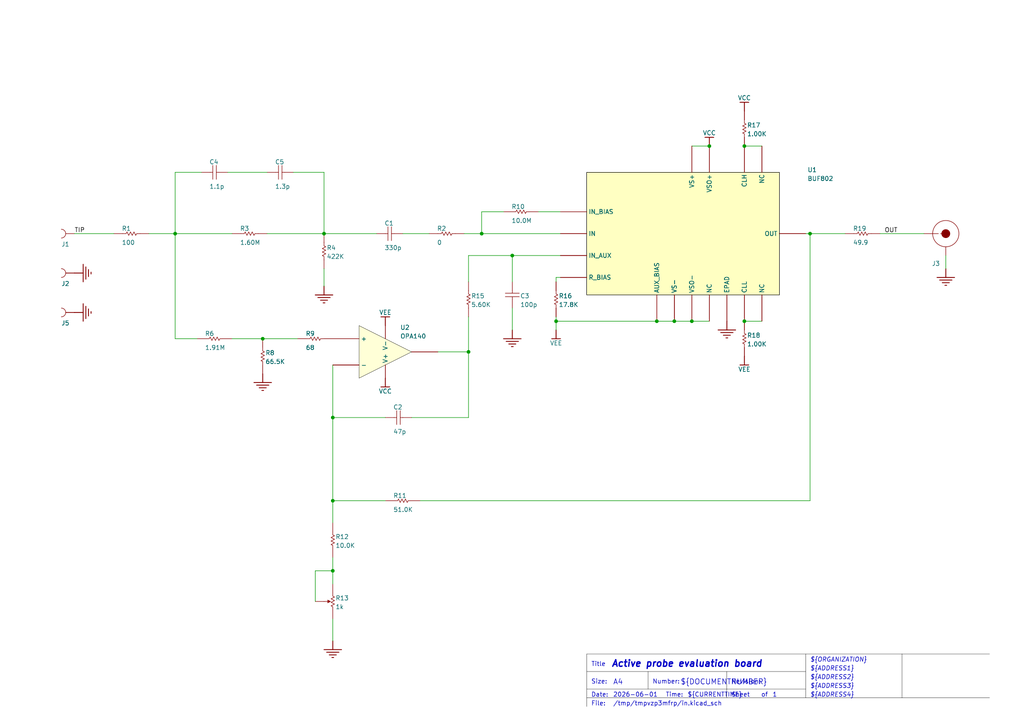
<source format=kicad_sch>
(kicad_sch (version 20250114) (generator "eeschema") (generator_version "9.0")
  (paper "A4")
  (title_block (title "Active probe evaluation board"))
  (text "File:" (at 171.45 204.9272 0) (effects (font (size 1.27 1.27)) (justify left bottom)))
  (text "${CURRENT_DATE}" (at 177.8 202.3872 0) (effects (font (size 1.27 1.27)) (justify left bottom)))
  (text "${TITLE}" (at 177.292 193.7512 0) (effects (font (size 1.905 1.905) (thickness 0.381) (bold yes) (italic yes)) (justify left bottom)))
  (text "Revision:" (at 212.09 198.5772 0) (effects (font (size 1.27 1.27)) (justify left bottom)))
  (text "Time:" (at 193.04 202.3872 0) (effects (font (size 1.27 1.27)) (justify left bottom)))
  (text "A4" (at 177.8 198.8312 0) (effects (font (size 1.524 1.524)) (justify left bottom)))
  (text "${##}" (at 224.028 202.3872 0) (effects (font (size 1.27 1.27)) (justify left bottom)))
  (text "${#}" (at 217.424 202.3872 0) (effects (font (size 1.27 1.27)) (justify left bottom)))
  (text "${FILEPATH}" (at 177.8 204.9272 0) (effects (font (size 1.27 1.27)) (justify left bottom)))
  (text "${DOCUMENTNUMBER}" (at 197.358 198.8312 0) (effects (font (size 1.524 1.524)) (justify left bottom)))
  (text "${CURRENTTIME}" (at 199.39 202.3872 0) (effects (font (size 1.27 1.27)) (justify left bottom)))
  (text "Size:" (at 171.45 198.5772 0) (effects (font (size 1.27 1.27)) (justify left bottom)))
  (text "${ADDRESS3}" (at 234.95 199.8472 0) (effects (font (size 1.27 1.27) (italic yes)) (justify left bottom)))
  (text "Sheet" (at 212.09 202.3872 0) (effects (font (size 1.27 1.27)) (justify left bottom)))
  (text "Date:" (at 171.45 202.3872 0) (effects (font (size 1.27 1.27)) (justify left bottom)))
  (text "${ADDRESS1}" (at 234.95 194.7672 0) (effects (font (size 1.27 1.27) (italic yes)) (justify left bottom)))
  (text "${REVISION}" (at 220.726 198.8312 0) (effects (font (size 1.524 1.524)) (justify left bottom)))
  (text "${ADDRESS2}" (at 234.95 197.3072 0) (effects (font (size 1.27 1.27) (italic yes)) (justify left bottom)))
  (text "${ORGANIZATION}" (at 234.95 192.2272 0) (effects (font (size 1.27 1.27) (italic yes)) (justify left bottom)))
  (text "Title" (at 171.45 193.4972 0) (effects (font (size 1.27 1.27)) (justify left bottom)))
  (text "${ADDRESS4}" (at 234.95 202.3872 0) (effects (font (size 1.27 1.27) (italic yes)) (justify left bottom)))
  (text "Number:" (at 189.23 198.5772 0) (effects (font (size 1.27 1.27)) (justify left bottom)))
  (text "of" (at 220.726 202.3872 0) (effects (font (size 1.27 1.27)) (justify left bottom)))
  (junction (at 215.9 93.1672))
  (junction (at 96.52 165.5572))
  (junction (at 200.66 93.1672))
  (junction (at 135.89 102.0572))
  (junction (at 205.74 42.3672))
  (junction (at 139.7 67.7672))
  (junction (at 96.52 145.2372))
  (junction (at 215.9 42.3672))
  (junction (at 195.58 93.1672))
  (junction (at 148.59 74.1172))
  (junction (at 190.5 93.1672))
  (junction (at 96.52 121.1072))
  (junction (at 161.29 93.1672))
  (junction (at 93.98 67.7672))
  (junction (at 50.8 67.7672))
  (junction (at 76.2 98.2472))
  (junction (at 234.95 67.7672))
  (wire (pts (xy 139.7 67.7672) (xy 162.56 67.7672)))
  (wire (pts (xy 161.29 80.4672) (xy 162.56 80.4672)))
  (wire (pts (xy 111.76 145.2372) (xy 96.52 145.2372)))
  (wire (pts (xy 148.59 74.1172) (xy 162.56 74.1172)))
  (polyline (pts (xy 233.68 189.6872) (xy 233.68 202.3872)) (stroke (width 0.0254) (type solid) (color 0 0 0 1)))
  (wire (pts (xy 135.89 81.7372) (xy 135.89 74.1172)))
  (wire (pts (xy 200.66 42.3672) (xy 205.74 42.3672)))
  (wire (pts (xy 91.44 165.5572) (xy 96.52 165.5572)))
  (wire (pts (xy 91.44 174.4472) (xy 91.44 165.5572)))
  (polyline (pts (xy 287.02 189.6872) (xy 261.62 189.6872)) (stroke (width 0.0254) (type solid) (color 0 0 0 1)))
  (wire (pts (xy 148.59 89.3572) (xy 148.59 95.7072)))
  (wire (pts (xy 85.09 49.9872) (xy 93.98 49.9872)))
  (polyline (pts (xy 170.18 194.7672) (xy 233.68 194.7672)) (stroke (width 0.0254) (type solid) (color 0 0 0 1)))
  (wire (pts (xy 96.52 169.3672) (xy 96.52 165.5572)))
  (wire (pts (xy 146.05 61.4172) (xy 139.7 61.4172)))
  (polyline (pts (xy 210.82 194.7672) (xy 210.82 202.3872)) (stroke (width 0.0254) (type solid) (color 0 0 0 1)))
  (wire (pts (xy 50.8 67.7672) (xy 50.8 49.9872)))
  (wire (pts (xy 245.11 67.7672) (xy 234.95 67.7672)))
  (wire (pts (xy 135.89 121.1072) (xy 135.89 102.0572)))
  (wire (pts (xy 135.89 102.0572) (xy 135.89 91.8972)))
  (wire (pts (xy 50.8 98.2472) (xy 57.15 98.2472)))
  (wire (pts (xy 200.66 93.1672) (xy 205.74 93.1672)))
  (wire (pts (xy 43.18 67.7672) (xy 50.8 67.7672)))
  (wire (pts (xy 148.59 81.7372) (xy 148.59 74.1172)))
  (wire (pts (xy 116.84 67.7672) (xy 124.46 67.7672)))
  (wire (pts (xy 96.52 165.5572) (xy 96.52 161.7472)))
  (wire (pts (xy 134.62 67.7672) (xy 139.7 67.7672)))
  (wire (pts (xy 96.52 179.5272) (xy 96.52 185.8772)))
  (wire (pts (xy 93.98 83.0072) (xy 93.98 77.9272)))
  (wire (pts (xy 135.89 74.1172) (xy 148.59 74.1172)))
  (wire (pts (xy 66.04 49.9872) (xy 77.47 49.9872)))
  (wire (pts (xy 76.2 98.2472) (xy 86.36 98.2472)))
  (wire (pts (xy 161.29 93.1672) (xy 190.5 93.1672)))
  (wire (pts (xy 234.95 67.7672) (xy 234.95 145.2372)))
  (wire (pts (xy 220.98 42.3672) (xy 215.9 42.3672)))
  (polyline (pts (xy 261.62 202.3872) (xy 170.18 202.3872)) (stroke (width 0.0254) (type solid) (color 0 0 0 1)))
  (wire (pts (xy 161.29 93.1672) (xy 161.29 91.8972)))
  (wire (pts (xy 96.52 151.5872) (xy 96.52 145.2372)))
  (wire (pts (xy 67.31 98.2472) (xy 76.2 98.2472)))
  (wire (pts (xy 161.29 95.7072) (xy 161.29 93.1672)))
  (wire (pts (xy 96.52 121.1072) (xy 96.52 105.8672)))
  (wire (pts (xy 234.95 145.2372) (xy 121.92 145.2372)))
  (wire (pts (xy 220.98 93.1672) (xy 215.9 93.1672)))
  (wire (pts (xy 274.32 74.1172) (xy 274.32 77.9272)))
  (wire (pts (xy 96.52 145.2372) (xy 96.52 121.1072)))
  (wire (pts (xy 139.7 61.4172) (xy 139.7 67.7672)))
  (wire (pts (xy 255.27 67.7672) (xy 267.97 67.7672)))
  (wire (pts (xy 93.98 67.7672) (xy 77.47 67.7672)))
  (wire (pts (xy 119.38 121.1072) (xy 135.89 121.1072)))
  (wire (pts (xy 93.98 49.9872) (xy 93.98 67.7672)))
  (wire (pts (xy 161.29 81.7372) (xy 161.29 80.4672)))
  (wire (pts (xy 190.5 93.1672) (xy 195.58 93.1672)))
  (polyline (pts (xy 170.18 189.6872) (xy 170.18 204.9272)) (stroke (width 0.0254) (type solid) (color 0 0 0 1)))
  (wire (pts (xy 111.76 121.1072) (xy 96.52 121.1072)))
  (wire (pts (xy 50.8 67.7672) (xy 67.31 67.7672)))
  (polyline (pts (xy 261.62 189.6872) (xy 261.62 202.3872)) (stroke (width 0.0254) (type solid) (color 0 0 0 1)))
  (wire (pts (xy 195.58 93.1672) (xy 200.66 93.1672)))
  (polyline (pts (xy 261.62 189.6872) (xy 170.18 189.6872)) (stroke (width 0.0254) (type solid) (color 0 0 0 1)))
  (wire (pts (xy 93.98 67.7672) (xy 109.22 67.7672)))
  (wire (pts (xy 50.8 67.7672) (xy 50.8 98.2472)))
  (wire (pts (xy 162.56 61.4172) (xy 156.21 61.4172)))
  (wire (pts (xy 127 102.0572) (xy 135.89 102.0572)))
  (polyline (pts (xy 261.62 202.3872) (xy 287.02 202.3872)) (stroke (width 0.0254) (type solid) (color 0 0 0 1)))
  (wire (pts (xy 21.59 67.7672) (xy 33.02 67.7672)))
  (wire (pts (xy 234.95 67.7672) (xy 233.68 67.7672)))
  (polyline (pts (xy 170.18 199.8472) (xy 233.68 199.8472)) (stroke (width 0.0254) (type solid) (color 0 0 0 1)))
  (polyline (pts (xy 187.96 194.7672) (xy 187.96 199.8472)) (stroke (width 0.0254) (type solid) (color 0 0 0 1)))
  (wire (pts (xy 50.8 49.9872) (xy 58.42 49.9872)))
  (label "OUT" (at 256.54 67.7672 0))
  (label "TIP" (at 21.59 67.7672 0))
  (symbol (lib_id "Probe-altium-import:VEE_BAR") (at 111.76 94.4372 180) (unit 1)
    (property "Reference" "#PWR?" (effects (hide yes)))
    (property "Value" "VEE" (at 111.76 90.6272 0))
  )
  (symbol (lib_id "R0402 - 1pct:root_3_Resistor_Generic_R0402 - 1pct.DbLib") (at 96.52 151.5872 0) (unit 1)
    (property "Reference" "R12" (at 97.282 156.4132 0) (effects (justify left bottom)))
    (property "Value" "${ALTIUM_VALUE}" (at 97.282 158.9532 0) (effects (justify left bottom)))
    (property "Footprint" "RESC0402(1005)_M" (effects (hide yes)))
    (property "Description" "RES 10.0K OHM 1% 1/16W 0402" (effects (hide yes)))
    (property "PART NUMBER" "RESC0402-10K0-1pct" (effects (hide yes)))
    (property "OHMS" "10000" (effects (hide yes)))
    (property "ALTIUM_VALUE" "10.0K" (effects (hide yes)))
    (property "MANUFACTURER 1" "Yageo" (effects (hide yes)))
    (property "MANUFACTURER PART NUMBER 1" "RC0402FR-0710KL" (effects (hide yes)))
    (property "MANUFACTURER 2" "Stackpole Electronics" (effects (hide yes)))
    (property "MANUFACTURER PART NUMBER 2" "RMCF0402FT10K0" (effects (hide yes)))
    (property "MANUFACTURER 3" "Vishay Dale" (effects (hide yes)))
    (property "MANUFACTURER PART NUMBER 3" "CRCW040210K0FKED" (effects (hide yes)))
    (property "MANUFACTURER 4" "Panasonic Electronic Components" (effects (hide yes)))
    (property "MANUFACTURER PART NUMBER 4" "ERJ-2RKF1002X" (effects (hide yes)))
  )
  (symbol (lib_id "Probe-altium-import:GND_POWER_GROUND") (at 21.59 79.1972 90) (unit 1)
    (property "Reference" "#PWR?" (effects (hide yes)))
    (property "Value" "GND" (effects (hide yes)))
  )
  (symbol (lib_id "Probe-altium-import:GND_POWER_GROUND") (at 21.59 90.6272 90) (unit 1)
    (property "Reference" "#PWR?" (effects (hide yes)))
    (property "Value" "GND" (effects (hide yes)))
  )
  (symbol (lib_id "Probe-altium-import:VCC_BAR") (at 205.74 42.3672 180) (unit 1)
    (property "Reference" "#PWR?" (effects (hide yes)))
    (property "Value" "VCC" (at 205.74 38.5572 0))
  )
  (symbol (lib_name "root_0_Resistor_Generic_R0402 - 1pct.DbLib_4") (lib_id "R0402 - 1pct:root_0_Resistor_Generic_R0402 - 1pct.DbLib") (at 245.11 67.7672 0) (unit 1)
    (property "Reference" "R19" (at 247.396 67.0052 0) (effects (justify left bottom)))
    (property "Value" "${ALTIUM_VALUE}" (at 247.396 71.0692 0) (effects (justify left bottom)))
    (property "Footprint" "RESC0402(1005)_M" (effects (hide yes)))
    (property "Description" "RES 49.9 OHM 1% 1/16W 0402" (effects (hide yes)))
    (property "PART NUMBER" "RESC0402-49R9-1pct" (effects (hide yes)))
    (property "OHMS" "49.9" (effects (hide yes)))
    (property "ALTIUM_VALUE" "49.9" (effects (hide yes)))
    (property "MANUFACTURER 1" "Yageo" (effects (hide yes)))
    (property "MANUFACTURER PART NUMBER 1" "RC0402FR-0749R9L" (effects (hide yes)))
    (property "MANUFACTURER 2" "Stackpole Electronics" (effects (hide yes)))
    (property "MANUFACTURER PART NUMBER 2" "RMCF0402FT49R9" (effects (hide yes)))
    (property "MANUFACTURER 3" "Vishay Dale" (effects (hide yes)))
    (property "MANUFACTURER PART NUMBER 3" "CRCW040249R9FKED" (effects (hide yes)))
    (property "MANUFACTURER 4" "Panasonic Electronic Components" (effects (hide yes)))
    (property "MANUFACTURER PART NUMBER 4" "ERJ-2RKF49R9X" (effects (hide yes)))
  )
  (symbol (lib_id "Trimpots:root_3_PVG3A102C01R00_Trimpots.SchLib") (at 96.52 169.3672 0) (unit 1)
    (property "Reference" "R13" (at 97.282 174.1932 0) (effects (justify left bottom)))
    (property "Value" "1k" (at 97.282 176.7332 0) (effects (justify left bottom)))
    (property "Footprint" "PVG3A" (effects (hide yes)))
    (property "Description" "TRIMMER 1K OHM 0.25W J LEAD TOP" (effects (hide yes)))
    (property "SUPPLIER 1" "Digi-Key" (effects (hide yes)))
    (property "SUPPLIER PART NUMBER 1" "490-2643-6-ND" (effects (hide yes)))
    (property "MANUFACTURER" "Bourns" (effects (hide yes)))
    (property "MANUFACTURER PART NUMBER" "PVG3A102C01R00" (effects (hide yes)))
    (property "STOCK 1" "4867" (effects (hide yes)))
    (property "PRICING 1" "1=1.44, 10=1.273, 25=1.1452, 50=1.103, 100=1.0605, 250=0.99688, 500=0.8484 (USD)" (effects (hide yes)))
    (property "MOUNT" "Surface Mount" (effects (hide yes)))
    (property "PACKAGING" "Cut Tape" (effects (hide yes)))
    (property "RESISTANCE" "1kR" (effects (hide yes)))
    (property "NUMBER OF TURNS" "1" (effects (hide yes)))
    (property "MAX POWER DISSIPATION" "250mW" (effects (hide yes)))
    (property "TOLERANCE" "20%" (effects (hide yes)))
    (property "TEMPERATURE COEFFICIENT" "150ppm/°C" (effects (hide yes)))
    (property "RESISTOR TYPE" "Cermet" (effects (hide yes)))
    (property "HEIGHT" "0.079inch" (effects (hide yes)))
    (property "COMPONENTLINK1URL" "https://datasheet.octopart.com/PVG3A102C01R00-Bourns-datasheet-154729832.pdf?src-supplier=Newark" (effects (hide yes)))
    (property "COMPONENTLINK1DESCRIPTION" "https://datasheet.octopart.com/PVG3A102C01R00-Bourns-datasheet-154729832.pdf?src-supplier=Newark" (effects (hide yes)))
    (property "COMPONENTLINK2URL" "https://datasheet.octopart.com/PVG3A102C01R00-Bourns-datasheet-82548162.pdf?src-supplier=Element14" (effects (hide yes)))
    (property "COMPONENTLINK2DESCRIPTION" "https://datasheet.octopart.com/PVG3A102C01R00-Bourns-datasheet-82548162.pdf?src-supplier=Element14" (effects (hide yes)))
    (property "COMPONENTLINK3URL" "https://www.bourns.com/docs/Product-Datasheets/pvg3.pdf?src-supplier=Digi-Key" (effects (hide yes)))
    (property "COMPONENTLINK3DESCRIPTION" "https://www.bourns.com/docs/Product-Datasheets/pvg3.pdf?src-supplier=Digi-Key" (effects (hide yes)))
    (property "COMPONENTLINK4URL" "http://www.bourns.com/docs/Product-Datasheets/pvg3.pdf?src-supplier=Digi-Key" (effects (hide yes)))
    (property "COMPONENTLINK4DESCRIPTION" "http://www.bourns.com/docs/Product-Datasheets/pvg3.pdf?src-supplier=Digi-Key" (effects (hide yes)))
    (property "COMPONENTLINK5URL" "https://www.mouser.com/ds/2/54/vg3-1084610.pdf?src-supplier=Mouser" (effects (hide yes)))
    (property "COMPONENTLINK5DESCRIPTION" "https://www.mouser.com/ds/2/54/vg3-1084610.pdf?src-supplier=Mouser" (effects (hide yes)))
    (property "SUPPLIER 2" "Mouser" (effects (hide yes)))
    (property "SUPPLIER PART NUMBER 2" "81-PVG3A102C01R00" (effects (hide yes)))
  )
  (symbol (lib_name "root_0_Capacitor_Generic_Murata GJM 0402.DbLib_1") (lib_id "Murata GJM 0402:root_0_Capacitor_Generic_Murata GJM 0402.DbLib") (at 58.42 49.9872 0) (unit 1)
    (property "Reference" "C4" (at 60.706 47.7012 0) (effects (justify left bottom)))
    (property "Value" "${ALTIUM_VALUE}" (at 60.706 54.8132 0) (effects (justify left bottom)))
    (property "Footprint" "CAPC0402(1005)50_M" (effects (hide yes)))
    (property "Description" "CAP CER 1.1PF±0.05PF 50V C0G/NP0 0402" (effects (hide yes)))
    (property "PART NUMBER" "GJM1555C1H1R1WB01" (effects (hide yes)))
    (property "CAPACITANCE" "1.1pF" (effects (hide yes)))
    (property "TOLERANCE" "±0.05pF" (effects (hide yes)))
    (property "ALTIUM_VALUE" "1.1p" (effects (hide yes)))
    (property "TEMPERATURE COEFFICIENT" "C0G" (effects (hide yes)))
    (property "MANUFACTURER" "Murata" (effects (hide yes)))
    (property "MANUFACTURER PART NUMBER" "GJM1555C1H1R1WB01D" (effects (hide yes)))
  )
  (symbol (lib_id "Murata GRM 0402:root_0_Capacitor_Generic_Murata GRM 0402.DbLib") (at 109.22 67.7672 0) (unit 1)
    (property "Reference" "C1" (at 111.506 65.4812 0) (effects (justify left bottom)))
    (property "Value" "${ALTIUM_VALUE}" (at 111.506 72.5932 0) (effects (justify left bottom)))
    (property "Footprint" "CAPC0402(1005)50_M" (effects (hide yes)))
    (property "Description" "CAP CER 330PF±5% 50V C0G 0402" (effects (hide yes)))
    (property "MANUFACTURER" "Murata" (effects (hide yes)))
    (property "MANUFACTURER PART NUMBER" "GRM1555C1H331JA01D" (effects (hide yes)))
    (property "CAPACITANCE" "330pF" (effects (hide yes)))
    (property "TOLERANCE" "±5%" (effects (hide yes)))
    (property "ALTIUM_VALUE" "330p" (effects (hide yes)))
    (property "TEMPERATURE COEFFICIENT" "C0G" (effects (hide yes)))
    (property "PART NUMBER" "GRM1555C1H331JA01" (effects (hide yes)))
  )
  (symbol (lib_name "root_3_Resistor_Generic_R0402 - 1pct.DbLib_4") (lib_id "R0402 - 1pct:root_3_Resistor_Generic_R0402 - 1pct.DbLib") (at 215.9 93.1672 0) (unit 1)
    (property "Reference" "R18" (at 216.662 97.9932 0) (effects (justify left bottom)))
    (property "Value" "${ALTIUM_VALUE}" (at 216.662 100.5332 0) (effects (justify left bottom)))
    (property "Footprint" "RESC0402(1005)_M" (effects (hide yes)))
    (property "Description" "RES 1.00K OHM 1% 1/16W 0402" (effects (hide yes)))
    (property "PART NUMBER" "RESC0402-1K00-1pct" (effects (hide yes)))
    (property "OHMS" "1000" (effects (hide yes)))
    (property "ALTIUM_VALUE" "1.00K" (effects (hide yes)))
    (property "MANUFACTURER 1" "Yageo" (effects (hide yes)))
    (property "MANUFACTURER PART NUMBER 1" "RC0402FR-071KL" (effects (hide yes)))
    (property "MANUFACTURER 2" "Stackpole Electronics" (effects (hide yes)))
    (property "MANUFACTURER PART NUMBER 2" "RMCF0402FT1K00" (effects (hide yes)))
    (property "MANUFACTURER 3" "Vishay Dale" (effects (hide yes)))
    (property "MANUFACTURER PART NUMBER 3" "CRCW04021K00FKED" (effects (hide yes)))
    (property "MANUFACTURER 4" "Panasonic Electronic Components" (effects (hide yes)))
    (property "MANUFACTURER PART NUMBER 4" "ERJ-2RKF1001X" (effects (hide yes)))
  )
  (symbol (lib_id "Connectors:root_0_901-10511-3_Connectors.SchLib") (at 274.32 67.7672 0) (unit 1)
    (property "Reference" "J3" (at 270.256 77.1652 0) (effects (justify left bottom)))
    (property "Value" "901-10511-3" (effects (hide yes)))
    (property "Footprint" "901-10511-3" (effects (hide yes)))
    (property "Description" "CONN SMA JACK STR 50OHM EDGE MNT" (effects (hide yes)))
    (property "SUPPLIER 1" "Digi-Key" (effects (hide yes)))
    (property "MANUFACTURER" "Amphenol RF" (effects (hide yes)))
    (property "MANUFACTURER PART NUMBER" "901-10511-3" (effects (hide yes)))
    (property "STOCK 1" "1568" (effects (hide yes)))
    (property "PRICING 1" "1=9.78, 10=8.804, 25=8.2936, 50=8.081, 100=7.8684, 250=7.01772, 500=6.59242, 1000=5.82685 (USD)" (effects (hide yes)))
    (property "CASE/PACKAGE" "SMA" (effects (hide yes)))
    (property "CONTACT MATERIAL" "Copper" (effects (hide yes)))
    (property "MIN OPERATING TEMPERATURE" "-65°C" (effects (hide yes)))
    (property "MAX OPERATING TEMPERATURE" "165°C" (effects (hide yes)))
    (property "CONNECTOR TYPE" "SMA" (effects (hide yes)))
    (property "FASTENING TYPE" "Threaded" (effects (hide yes)))
    (property "SERIES" "-" (effects (hide yes)))
    (property "PACKAGING" "Bulk" (effects (hide yes)))
    (property "TERMINATION" "Solder" (effects (hide yes)))
    (property "IMPEDANCE" "50R" (effects (hide yes)))
    (property "MAX FREQUENCY" "26.5GHz" (effects (hide yes)))
    (property "COMPONENTLINK1URL" "https://datasheet.octopart.com/901-10511-3-Amphenol-RF-datasheet-67291285.pdf?src-supplier=Element14" (effects (hide yes)))
    (property "COMPONENTLINK1DESCRIPTION" "https://datasheet.octopart.com/901-10511-3-Amphenol-RF-datasheet-67291285.pdf?src-supplier=Element14" (effects (hide yes)))
    (property "SUPPLIER 2" "Mouser" (effects (hide yes)))
    (property "SUPPLIER PART NUMBER 2" "523-901-10511-3" (effects (hide yes)))
    (property "SUPPLIER PART NUMBER 1" "ARF2500-ND" (effects (hide yes)))
    (property "MOUNT" "Edge,Board" (effects (hide yes)))
    (property "VOLTAGE RATING" "170V" (effects (hide yes)))
    (property "ROHS COMPLIANT" "Yes" (effects (hide yes)))
    (property "COMPONENTLINK2URL" "https://datasheet.octopart.com/901-10511-3-Amphenol-RF-datasheet-67291280.pdf?src-supplier=Newark" (effects (hide yes)))
    (property "COMPONENTLINK2DESCRIPTION" "https://datasheet.octopart.com/901-10511-3-Amphenol-RF-datasheet-67291280.pdf?src-supplier=Newark" (effects (hide yes)))
    (property "COMPONENTLINK3URL" "http://www.amphenolrf.com/media/downloads/7776/C901-10511-3.pdf?src-supplier=Digi-Key" (effects (hide yes)))
    (property "COMPONENTLINK3DESCRIPTION" "http://www.amphenolrf.com/media/downloads/7776/C901-10511-3.pdf?src-supplier=Digi-Key" (effects (hide yes)))
  )
  (symbol (lib_id "Connectors:root_1_0339-0-15-01-15-27-10-0_Connectors.SchLib") (at 21.59 90.6272 0) (unit 1)
    (property "Reference" "J5" (at 17.78 94.4372 0) (effects (justify left bottom)))
    (property "Value" "0339-0-15-01-15-27-10-0" (effects (hide yes)))
    (property "Footprint" "MILL-MAX 0339" (effects (hide yes)))
    (property "Description" "CONN PIN RCPT" (effects (hide yes)))
    (property "SUPPLIER 1" "Digi-Key" (effects (hide yes)))
    (property "SUPPLIER PART NUMBER 1" "0339-0-15-01-15-27-10-0-ND" (effects (hide yes)))
    (property "MANUFACTURER" "Mill-Max" (effects (hide yes)))
    (property "MANUFACTURER PART NUMBER" "0339-0-15-01-15-27-10-0" (effects (hide yes)))
    (property "STOCK 1" "989" (effects (hide yes)))
    (property "PRICING 1" "1=1.42, 10=1.234, 25=1.1812, 50=1.155, 100=1.1025, 250=0.99748, 500=0.91874, 1000=0.7875, 2500=0.735 (USD)" (effects (hide yes)))
    (property "CONTACT MATERIAL" "Copper" (effects (hide yes)))
    (property "CONTACT PLATING" "Gold" (effects (hide yes)))
    (property "MIN OPERATING TEMPERATURE" "-55°C" (effects (hide yes)))
    (property "MAX OPERATING TEMPERATURE" "125°C" (effects (hide yes)))
    (property "SERIES" "0339" (effects (hide yes)))
    (property "PACKAGING" "Bulk" (effects (hide yes)))
    (property "TERMINATION" "Solder" (effects (hide yes)))
    (property "ROHS COMPLIANT" "No" (effects (hide yes)))
    (property "COMPONENTLINK1URL" "https://www.mill-max.com/assets/pdfs/172.pdf?src-supplier=Digi-Key" (effects (hide yes)))
    (property "COMPONENTLINK1DESCRIPTION" "https://www.mill-max.com/assets/pdfs/172.pdf?src-supplier=Digi-Key" (effects (hide yes)))
    (property "COMPONENTLINK2URL" "https://datasheet.octopart.com/0339-0-15-01-15-27-10-0-Mill-Max-datasheet-26446830.pdf?src-supplier=Future+Electronics" (effects (hide yes)))
    (property "COMPONENTLINK2DESCRIPTION" "https://datasheet.octopart.com/0339-0-15-01-15-27-10-0-Mill-Max-datasheet-26446830.pdf?src-supplier=Future+Electronics" (effects (hide yes)))
    (property "COMPONENTLINK3URL" "http://www.mouser.com/ds/2/273/172M-276194.pdf?src-supplier=Mouser" (effects (hide yes)))
    (property "COMPONENTLINK3DESCRIPTION" "http://www.mouser.com/ds/2/273/172M-276194.pdf?src-supplier=Mouser" (effects (hide yes)))
    (property "COMPONENTLINK4URL" "https://datasheet.octopart.com/0339-0-15-01-15-27-10-0-Mill-Max-datasheet-155663258.pdf?src-supplier=Sager+Electronics" (effects (hide yes)))
    (property "COMPONENTLINK4DESCRIPTION" "https://datasheet.octopart.com/0339-0-15-01-15-27-10-0-Mill-Max-datasheet-155663258.pdf?src-supplier=Sager+Electronics" (effects (hide yes)))
    (property "SUPPLIER 2" "Mouser" (effects (hide yes)))
    (property "SUPPLIER PART NUMBER 2" "575-0339015011527100" (effects (hide yes)))
  )
  (symbol (lib_id "Probe-altium-import:GND_POWER_GROUND") (at 96.52 185.8772 0) (unit 1)
    (property "Reference" "#PWR?" (effects (hide yes)))
    (property "Value" "GND" (effects (hide yes)))
  )
  (symbol (lib_id "Probe-altium-import:VEE_BAR") (at 215.9 103.3272 0) (unit 1)
    (property "Reference" "#PWR?" (effects (hide yes)))
    (property "Value" "VEE" (at 215.9 107.1372 0))
  )
  (symbol (lib_id "Probe-altium-import:GND_POWER_GROUND") (at 76.2 108.4072 0) (unit 1)
    (property "Reference" "#PWR?" (effects (hide yes)))
    (property "Value" "GND" (effects (hide yes)))
  )
  (symbol (lib_name "root_3_Resistor_Generic_R0402 - 1pct.DbLib_5") (lib_id "R0402 - 1pct:root_3_Resistor_Generic_R0402 - 1pct.DbLib") (at 161.29 81.7372 0) (unit 1)
    (property "Reference" "R16" (at 162.052 86.5632 0) (effects (justify left bottom)))
    (property "Value" "${ALTIUM_VALUE}" (at 162.052 89.1032 0) (effects (justify left bottom)))
    (property "Footprint" "RESC0402(1005)_M" (effects (hide yes)))
    (property "Description" "RES 17.8K OHM 1% 1/16W 0402" (effects (hide yes)))
    (property "PART NUMBER" "RESC0402-17K8-1pct" (effects (hide yes)))
    (property "OHMS" "17800" (effects (hide yes)))
    (property "ALTIUM_VALUE" "17.8K" (effects (hide yes)))
    (property "MANUFACTURER 1" "Yageo" (effects (hide yes)))
    (property "MANUFACTURER PART NUMBER 1" "RC0402FR-0717K8L" (effects (hide yes)))
    (property "MANUFACTURER 2" "Stackpole Electronics" (effects (hide yes)))
    (property "MANUFACTURER PART NUMBER 2" "RMCF0402FT17K8" (effects (hide yes)))
    (property "MANUFACTURER 3" "Vishay Dale" (effects (hide yes)))
    (property "MANUFACTURER PART NUMBER 3" "CRCW040217K8FKED" (effects (hide yes)))
    (property "MANUFACTURER 4" "Panasonic Electronic Components" (effects (hide yes)))
    (property "MANUFACTURER PART NUMBER 4" "ERJ-2RKF1782X" (effects (hide yes)))
  )
  (symbol (lib_id "Probe-altium-import:VCC_BAR") (at 111.76 109.6772 0) (unit 1)
    (property "Reference" "#PWR?" (effects (hide yes)))
    (property "Value" "VCC" (at 111.76 113.4872 0))
  )
  (symbol (lib_name "root_3_Resistor_Generic_R0402 - 1pct.DbLib_2") (lib_id "R0402 - 1pct:root_3_Resistor_Generic_R0402 - 1pct.DbLib") (at 135.89 81.7372 0) (unit 1)
    (property "Reference" "R15" (at 136.652 86.5632 0) (effects (justify left bottom)))
    (property "Value" "${ALTIUM_VALUE}" (at 136.652 89.1032 0) (effects (justify left bottom)))
    (property "Footprint" "RESC0402(1005)_M" (effects (hide yes)))
    (property "Description" "RES 5.60K OHM 1% 1/16W 0402" (effects (hide yes)))
    (property "PART NUMBER" "RESC0402-5K60-1pct" (effects (hide yes)))
    (property "OHMS" "5600" (effects (hide yes)))
    (property "ALTIUM_VALUE" "5.60K" (effects (hide yes)))
    (property "MANUFACTURER 1" "Yageo" (effects (hide yes)))
    (property "MANUFACTURER PART NUMBER 1" "RC0402FR-075K6L" (effects (hide yes)))
    (property "MANUFACTURER 2" "Stackpole Electronics" (effects (hide yes)))
    (property "MANUFACTURER PART NUMBER 2" "RMCF0402FT5K60" (effects (hide yes)))
    (property "MANUFACTURER 3" "Vishay Dale" (effects (hide yes)))
    (property "MANUFACTURER PART NUMBER 3" "CRCW04025K60FKED" (effects (hide yes)))
    (property "MANUFACTURER 4" "Panasonic Electronic Components" (effects (hide yes)))
    (property "MANUFACTURER PART NUMBER 4" "ERJ-2RKF5601X" (effects (hide yes)))
  )
  (symbol (lib_name "root_0_Resistor_Generic_R0402 - 1pct.DbLib_3") (lib_id "R0402 - 1pct:root_0_Resistor_Generic_R0402 - 1pct.DbLib") (at 86.36 98.2472 0) (unit 1)
    (property "Reference" "R9" (at 88.646 97.4852 0) (effects (justify left bottom)))
    (property "Value" "${ALTIUM_VALUE}" (at 88.646 101.5492 0) (effects (justify left bottom)))
    (property "Footprint" "RESC0402(1005)_M" (effects (hide yes)))
    (property "Description" "RES 68 OHM 1% 1/16W 0402" (effects (hide yes)))
    (property "PART NUMBER" "RESC0402-68R0-1pct" (effects (hide yes)))
    (property "OHMS" "68" (effects (hide yes)))
    (property "ALTIUM_VALUE" "68" (effects (hide yes)))
    (property "MANUFACTURER 1" "Yageo" (effects (hide yes)))
    (property "MANUFACTURER PART NUMBER 1" "RC0402FR-0768RL" (effects (hide yes)))
    (property "MANUFACTURER 2" "Stackpole Electronics" (effects (hide yes)))
    (property "MANUFACTURER PART NUMBER 2" "RMCF0402FT68R0" (effects (hide yes)))
    (property "MANUFACTURER 3" "Vishay Dale" (effects (hide yes)))
    (property "MANUFACTURER PART NUMBER 3" "CRCW040268R0FKED" (effects (hide yes)))
    (property "MANUFACTURER 4" "Panasonic Electronic Components" (effects (hide yes)))
    (property "MANUFACTURER PART NUMBER 4" "ERJ-2RKF68R0X" (effects (hide yes)))
  )
  (symbol (lib_id "Probe-altium-import:GND_POWER_GROUND") (at 148.59 95.7072 0) (unit 1)
    (property "Reference" "#PWR?" (effects (hide yes)))
    (property "Value" "GND" (effects (hide yes)))
  )
  (symbol (lib_id "Samsung CAPC0402:root_0_Capacitor_Generic_Samsung CAPC0402.DbLib") (at 111.76 121.1072 0) (unit 1)
    (property "Reference" "C2" (at 114.046 118.8212 0) (effects (justify left bottom)))
    (property "Value" "${ALTIUM_VALUE}" (at 114.046 125.9332 0) (effects (justify left bottom)))
    (property "Footprint" "CAPC0402(1005)50_M" (effects (hide yes)))
    (property "Description" "CAP CER 47PF±5% 50V C0G 0402" (effects (hide yes)))
    (property "MANUFACTURER" "Samsung Electro-Mechanics" (effects (hide yes)))
    (property "MANUFACTURER PART NUMBER" "CL05C470JB5NNNC" (effects (hide yes)))
    (property "CAPACITANCE" "47pF" (effects (hide yes)))
    (property "TOLERANCE" "±5%" (effects (hide yes)))
    (property "VOLTAGE RATING" "50V" (effects (hide yes)))
    (property "TEMPERATURE COEFFICIENT" "C0G" (effects (hide yes)))
    (property "PART NUMBER" "CL05C470JB5NNN" (effects (hide yes)))
    (property "ALTIUM_VALUE" "47p" (effects (hide yes)))
  )
  (symbol (lib_id "Probe-altium-import:VEE_BAR") (at 161.29 95.7072 0) (unit 1)
    (property "Reference" "#PWR?" (effects (hide yes)))
    (property "Value" "VEE" (at 161.29 99.5172 0))
  )
  (symbol (lib_name "root_0_Resistor_Generic_R0402 - 1pct.DbLib_6") (lib_id "R0402 - 1pct:root_0_Resistor_Generic_R0402 - 1pct.DbLib") (at 33.02 67.7672 0) (unit 1)
    (property "Reference" "R1" (at 35.306 67.0052 0) (effects (justify left bottom)))
    (property "Value" "${ALTIUM_VALUE}" (at 35.306 71.0692 0) (effects (justify left bottom)))
    (property "Footprint" "RESC0402(1005)_M" (effects (hide yes)))
    (property "Description" "RES 100 OHM 1% 1/16W 0402" (effects (hide yes)))
    (property "PART NUMBER" "RESC0402-100R-1pct" (effects (hide yes)))
    (property "OHMS" "100" (effects (hide yes)))
    (property "ALTIUM_VALUE" "100" (effects (hide yes)))
    (property "MANUFACTURER 1" "Yageo" (effects (hide yes)))
    (property "MANUFACTURER PART NUMBER 1" "RC0402FR-07100RL" (effects (hide yes)))
    (property "MANUFACTURER 2" "Stackpole Electronics" (effects (hide yes)))
    (property "MANUFACTURER PART NUMBER 2" "RMCF0402FT100R" (effects (hide yes)))
    (property "MANUFACTURER 3" "Vishay Dale" (effects (hide yes)))
    (property "MANUFACTURER PART NUMBER 3" "CRCW0402100RFKED" (effects (hide yes)))
    (property "MANUFACTURER 4" "Panasonic Electronic Components" (effects (hide yes)))
    (property "MANUFACTURER PART NUMBER 4" "ERJ-2RKF1000X" (effects (hide yes)))
  )
  (symbol (lib_id "Probe-altium-import:GND_POWER_GROUND") (at 274.32 77.9272 0) (unit 1)
    (property "Reference" "#PWR?" (effects (hide yes)))
    (property "Value" "GND" (effects (hide yes)))
  )
  (symbol (lib_id "Probe-altium-import:VCC_BAR") (at 215.9 32.2072 180) (unit 1)
    (property "Reference" "#PWR?" (effects (hide yes)))
    (property "Value" "VCC" (at 215.9 28.3972 0))
  )
  (symbol (lib_name "root_0_Resistor_Generic_R0402 - 1pct.DbLib_1") (lib_id "R0402 - 1pct:root_0_Resistor_Generic_R0402 - 1pct.DbLib") (at 146.05 61.4172 0) (unit 1)
    (property "Reference" "R10" (at 148.336 60.6552 0) (effects (justify left bottom)))
    (property "Value" "${ALTIUM_VALUE}" (at 148.336 64.7192 0) (effects (justify left bottom)))
    (property "Footprint" "RESC0402(1005)_M" (effects (hide yes)))
    (property "Description" "RES 10.0M OHM 1% 1/16W 0402" (effects (hide yes)))
    (property "PART NUMBER" "RESC0402-10M0-1pct" (effects (hide yes)))
    (property "OHMS" "10000000" (effects (hide yes)))
    (property "ALTIUM_VALUE" "10.0M" (effects (hide yes)))
    (property "MANUFACTURER 1" "Yageo" (effects (hide yes)))
    (property "MANUFACTURER PART NUMBER 1" "RC0402FR-0710ML" (effects (hide yes)))
    (property "MANUFACTURER 2" "Stackpole Electronics" (effects (hide yes)))
    (property "MANUFACTURER PART NUMBER 2" "RMCF0402FT10M0" (effects (hide yes)))
    (property "MANUFACTURER 3" "Vishay Dale" (effects (hide yes)))
    (property "MANUFACTURER PART NUMBER 3" "CRCW040210M0FKED" (effects (hide yes)))
    (property "MANUFACTURER 4" "Panasonic Electronic Components" (effects (hide yes)))
  )
  (symbol (lib_id "Samsung CAPC0402:root_3_Capacitor_Generic_Samsung CAPC0402.DbLib") (at 148.59 81.7372 0) (unit 1)
    (property "Reference" "C3" (at 150.876 86.5632 0) (effects (justify left bottom)))
    (property "Value" "${ALTIUM_VALUE}" (at 150.876 89.1032 0) (effects (justify left bottom)))
    (property "Footprint" "CAPC0402(1005)50_M" (effects (hide yes)))
    (property "Description" "CAP CER 100PF±5% 50V C0G 0402" (effects (hide yes)))
    (property "MANUFACTURER" "Samsung Electro-Mechanics" (effects (hide yes)))
    (property "MANUFACTURER PART NUMBER" "CL05C101JB5NNNC" (effects (hide yes)))
    (property "CAPACITANCE" "100pF" (effects (hide yes)))
    (property "TOLERANCE" "±5%" (effects (hide yes)))
    (property "VOLTAGE RATING" "50V" (effects (hide yes)))
    (property "TEMPERATURE COEFFICIENT" "C0G" (effects (hide yes)))
    (property "PART NUMBER" "CL05C101JB5NNN" (effects (hide yes)))
    (property "ALTIUM_VALUE" "100p" (effects (hide yes)))
  )
  (symbol (lib_id "Murata GJM 0402:root_0_Capacitor_Generic_Murata GJM 0402.DbLib") (at 77.47 49.9872 0) (unit 1)
    (property "Reference" "C5" (at 79.756 47.7012 0) (effects (justify left bottom)))
    (property "Value" "${ALTIUM_VALUE}" (at 79.756 54.8132 0) (effects (justify left bottom)))
    (property "Footprint" "CAPC0402(1005)50_M" (effects (hide yes)))
    (property "Description" "CAP CER 1.3PF±0.05PF 50V C0G/NP0 0402" (effects (hide yes)))
    (property "PART NUMBER" "GJM1555C1H1R3WB01" (effects (hide yes)))
    (property "CAPACITANCE" "1.3pF" (effects (hide yes)))
    (property "TOLERANCE" "±0.05pF" (effects (hide yes)))
    (property "ALTIUM_VALUE" "1.3p" (effects (hide yes)))
    (property "TEMPERATURE COEFFICIENT" "C0G" (effects (hide yes)))
    (property "MANUFACTURER" "Murata" (effects (hide yes)))
    (property "MANUFACTURER PART NUMBER" "GJM1555C1H1R3WB01D" (effects (hide yes)))
  )
  (symbol (lib_name "root_0_Resistor_Generic_R0402 - 1pct.DbLib_2") (lib_id "R0402 - 1pct:root_0_Resistor_Generic_R0402 - 1pct.DbLib") (at 124.46 67.7672 0) (unit 1)
    (property "Reference" "R2" (at 126.746 67.0052 0) (effects (justify left bottom)))
    (property "Value" "${ALTIUM_VALUE}" (at 126.746 71.0692 0) (effects (justify left bottom)))
    (property "Footprint" "RESC0402(1005)_M" (effects (hide yes)))
    (property "Description" "RES 0 OHM JUMPER 0402" (effects (hide yes)))
    (property "PART NUMBER" "R0402-0R0-JMP" (effects (hide yes)))
    (property "OHMS" "0" (effects (hide yes)))
    (property "ALTIUM_VALUE" "0" (effects (hide yes)))
    (property "MANUFACTURER 1" "Yageo" (effects (hide yes)))
    (property "MANUFACTURER PART NUMBER 1" "RC0402FR-071RL" (effects (hide yes)))
    (property "MANUFACTURER 2" "Stackpole Electronics" (effects (hide yes)))
    (property "MANUFACTURER PART NUMBER 2" "RMCF0402FT1R00" (effects (hide yes)))
    (property "MANUFACTURER 3" "Vishay Dale" (effects (hide yes)))
    (property "MANUFACTURER PART NUMBER 3" "CRCW04021R00FNED" (effects (hide yes)))
    (property "MANUFACTURER 4" "Panasonic Electronic Components" (effects (hide yes)))
    (property "MANUFACTURER PART NUMBER 4" "ERJ-2GE0R00X" (effects (hide yes)))
  )
  (symbol (lib_name "root_3_Resistor_Generic_R0402 - 1pct.DbLib_3") (lib_id "R0402 - 1pct:root_3_Resistor_Generic_R0402 - 1pct.DbLib") (at 76.2 98.2472 0) (unit 1)
    (property "Reference" "R8" (at 76.962 103.0732 0) (effects (justify left bottom)))
    (property "Value" "${ALTIUM_VALUE}" (at 76.962 105.6132 0) (effects (justify left bottom)))
    (property "Footprint" "RESC0402(1005)_M" (effects (hide yes)))
    (property "Description" "RES 66.5K OHM 1% 1/16W 0402" (effects (hide yes)))
    (property "PART NUMBER" "RESC0402-66K5-1pct" (effects (hide yes)))
    (property "OHMS" "66500" (effects (hide yes)))
    (property "ALTIUM_VALUE" "66.5K" (effects (hide yes)))
    (property "MANUFACTURER 1" "Yageo" (effects (hide yes)))
    (property "MANUFACTURER PART NUMBER 1" "RC0402FR-0766K5L" (effects (hide yes)))
    (property "MANUFACTURER 2" "Stackpole Electronics" (effects (hide yes)))
    (property "MANUFACTURER PART NUMBER 2" "RMCF0402FT66K5" (effects (hide yes)))
    (property "MANUFACTURER 3" "Vishay Dale" (effects (hide yes)))
    (property "MANUFACTURER PART NUMBER 3" "CRCW040266K5FKED" (effects (hide yes)))
    (property "MANUFACTURER 4" "Panasonic Electronic Components" (effects (hide yes)))
    (property "MANUFACTURER PART NUMBER 4" "ERJ-2RKF6652X" (effects (hide yes)))
  )
  (symbol (lib_id "Probe-altium-import:GND_POWER_GROUND") (at 93.98 83.0072 0) (unit 1)
    (property "Reference" "#PWR?" (effects (hide yes)))
    (property "Value" "GND" (effects (hide yes)))
  )
  (symbol (lib_id "IC:root_0_BUF802IRGTR_IC.SchLib") (at 170.18 67.7672 0) (unit 1)
    (property "Reference" "U1" (at 234.188 49.9872 0) (effects (justify left bottom)))
    (property "Value" "BUF802" (at 234.188 52.5272 0) (effects (justify left bottom)))
    (property "Footprint" "VQFN16_RGT_TEX- OSHPARK" (effects (hide yes)))
    (property "Description" "WIDE-BANDWIDTH JFET BUFFER" (effects (hide yes)))
    (property "SUPPLIER 1" "Digi-Key" (effects (hide yes)))
    (property "MANUFACTURER" "Texas Instruments" (effects (hide yes)))
    (property "MANUFACTURER PART NUMBER" "BUF802IRGTR" (effects (hide yes)))
    (property "STOCK 1" "1253" (effects (hide yes)))
    (property "PRICING 1" "1=5.06, 10=4.541, 25=4.2928, 100=3.7206, 250=3.5298, 500=3.16728, 1000=2.88 (USD)" (effects (hide yes)))
    (property "SUPPLIER 2" "Mouser" (effects (hide yes)))
    (property "SUPPLIER PART NUMBER 1" "296-BUF802IRGTRCT-ND" (effects (hide yes)))
    (property "SUPPLIER PART NUMBER 2" "595-BUF802IRGTR" (effects (hide yes)))
  )
  (symbol (lib_id "Probe-altium-import:GND_POWER_GROUND") (at 210.82 93.1672 0) (unit 1)
    (property "Reference" "#PWR?" (effects (hide yes)))
    (property "Value" "GND" (effects (hide yes)))
  )
  (symbol (lib_name "root_0_Resistor_Generic_R0402 - 1pct.DbLib_5") (lib_id "R0402 - 1pct:root_0_Resistor_Generic_R0402 - 1pct.DbLib") (at 57.15 98.2472 0) (unit 1)
    (property "Reference" "R6" (at 59.436 97.4852 0) (effects (justify left bottom)))
    (property "Value" "${ALTIUM_VALUE}" (at 59.436 101.5492 0) (effects (justify left bottom)))
    (property "Footprint" "RESC0402(1005)_M" (effects (hide yes)))
    (property "Description" "RES 1.91M OHM 1% 1/16W 0402" (effects (hide yes)))
    (property "PART NUMBER" "RESC0402-1M91-1pct" (effects (hide yes)))
    (property "OHMS" "1910000" (effects (hide yes)))
    (property "ALTIUM_VALUE" "1.91M" (effects (hide yes)))
    (property "MANUFACTURER 1" "Yageo" (effects (hide yes)))
    (property "MANUFACTURER PART NUMBER 1" "RC0402FR-071M91L" (effects (hide yes)))
    (property "MANUFACTURER 2" "Stackpole Electronics" (effects (hide yes)))
    (property "MANUFACTURER PART NUMBER 2" "RMCF0402FT1M91" (effects (hide yes)))
    (property "MANUFACTURER 3" "Vishay Dale" (effects (hide yes)))
    (property "MANUFACTURER PART NUMBER 3" "CRCW04021M91FKED" (effects (hide yes)))
    (property "MANUFACTURER 4" "Panasonic Electronic Components" (effects (hide yes)))
  )
  (symbol (lib_id "R0402 - 1pct:root_0_Resistor_Generic_R0402 - 1pct.DbLib") (at 111.76 145.2372 0) (unit 1)
    (property "Reference" "R11" (at 114.046 144.4752 0) (effects (justify left bottom)))
    (property "Value" "${ALTIUM_VALUE}" (at 114.046 148.5392 0) (effects (justify left bottom)))
    (property "Footprint" "RESC0402(1005)_M" (effects (hide yes)))
    (property "Description" "RES 51.0K OHM 1% 1/16W 0402" (effects (hide yes)))
    (property "PART NUMBER" "RESC0402-51K0-1pct" (effects (hide yes)))
    (property "OHMS" "51000" (effects (hide yes)))
    (property "ALTIUM_VALUE" "51.0K" (effects (hide yes)))
    (property "MANUFACTURER 1" "Yageo" (effects (hide yes)))
    (property "MANUFACTURER PART NUMBER 1" "RC0402FR-0751KL" (effects (hide yes)))
    (property "MANUFACTURER 2" "Stackpole Electronics" (effects (hide yes)))
    (property "MANUFACTURER PART NUMBER 2" "RMCF0402FT51K0" (effects (hide yes)))
    (property "MANUFACTURER 3" "Vishay Dale" (effects (hide yes)))
    (property "MANUFACTURER PART NUMBER 3" "CRCW040251K0FKED" (effects (hide yes)))
    (property "MANUFACTURER 4" "Panasonic Electronic Components" (effects (hide yes)))
    (property "MANUFACTURER PART NUMBER 4" "ERJ-2RKF5102X" (effects (hide yes)))
  )
  (symbol (lib_id "Connectors:root_1_0339-0-15-01-15-27-10-0_Connectors.SchLib") (at 21.59 79.1972 0) (unit 1)
    (property "Reference" "J2" (at 17.78 83.0072 0) (effects (justify left bottom)))
    (property "Value" "0339-0-15-01-15-27-10-0" (effects (hide yes)))
    (property "Footprint" "MILL-MAX 0339" (effects (hide yes)))
    (property "Description" "CONN PIN RCPT" (effects (hide yes)))
    (property "SUPPLIER 1" "Digi-Key" (effects (hide yes)))
    (property "SUPPLIER PART NUMBER 1" "0339-0-15-01-15-27-10-0-ND" (effects (hide yes)))
    (property "MANUFACTURER" "Mill-Max" (effects (hide yes)))
    (property "MANUFACTURER PART NUMBER" "0339-0-15-01-15-27-10-0" (effects (hide yes)))
    (property "STOCK 1" "989" (effects (hide yes)))
    (property "PRICING 1" "1=1.42, 10=1.234, 25=1.1812, 50=1.155, 100=1.1025, 250=0.99748, 500=0.91874, 1000=0.7875, 2500=0.735 (USD)" (effects (hide yes)))
    (property "CONTACT MATERIAL" "Copper" (effects (hide yes)))
    (property "CONTACT PLATING" "Gold" (effects (hide yes)))
    (property "MIN OPERATING TEMPERATURE" "-55°C" (effects (hide yes)))
    (property "MAX OPERATING TEMPERATURE" "125°C" (effects (hide yes)))
    (property "SERIES" "0339" (effects (hide yes)))
    (property "PACKAGING" "Bulk" (effects (hide yes)))
    (property "TERMINATION" "Solder" (effects (hide yes)))
    (property "ROHS COMPLIANT" "No" (effects (hide yes)))
    (property "COMPONENTLINK1URL" "https://www.mill-max.com/assets/pdfs/172.pdf?src-supplier=Digi-Key" (effects (hide yes)))
    (property "COMPONENTLINK1DESCRIPTION" "https://www.mill-max.com/assets/pdfs/172.pdf?src-supplier=Digi-Key" (effects (hide yes)))
    (property "COMPONENTLINK2URL" "https://datasheet.octopart.com/0339-0-15-01-15-27-10-0-Mill-Max-datasheet-26446830.pdf?src-supplier=Future+Electronics" (effects (hide yes)))
    (property "COMPONENTLINK2DESCRIPTION" "https://datasheet.octopart.com/0339-0-15-01-15-27-10-0-Mill-Max-datasheet-26446830.pdf?src-supplier=Future+Electronics" (effects (hide yes)))
    (property "COMPONENTLINK3URL" "http://www.mouser.com/ds/2/273/172M-276194.pdf?src-supplier=Mouser" (effects (hide yes)))
    (property "COMPONENTLINK3DESCRIPTION" "http://www.mouser.com/ds/2/273/172M-276194.pdf?src-supplier=Mouser" (effects (hide yes)))
    (property "COMPONENTLINK4URL" "https://datasheet.octopart.com/0339-0-15-01-15-27-10-0-Mill-Max-datasheet-155663258.pdf?src-supplier=Sager+Electronics" (effects (hide yes)))
    (property "COMPONENTLINK4DESCRIPTION" "https://datasheet.octopart.com/0339-0-15-01-15-27-10-0-Mill-Max-datasheet-155663258.pdf?src-supplier=Sager+Electronics" (effects (hide yes)))
    (property "SUPPLIER 2" "Mouser" (effects (hide yes)))
    (property "SUPPLIER PART NUMBER 2" "575-0339015011527100" (effects (hide yes)))
  )
  (symbol (lib_id "R0402 - 1pct:root_1_Resistor_Generic_R0402 - 1pct.DbLib") (at 215.9 42.3672 0) (unit 1)
    (property "Reference" "R17" (at 216.662 37.0332 0) (effects (justify left bottom)))
    (property "Value" "${ALTIUM_VALUE}" (at 216.662 39.5732 0) (effects (justify left bottom)))
    (property "Footprint" "RESC0402(1005)_M" (effects (hide yes)))
    (property "Description" "RES 1.00K OHM 1% 1/16W 0402" (effects (hide yes)))
    (property "PART NUMBER" "RESC0402-1K00-1pct" (effects (hide yes)))
    (property "OHMS" "1000" (effects (hide yes)))
    (property "ALTIUM_VALUE" "1.00K" (effects (hide yes)))
    (property "MANUFACTURER 1" "Yageo" (effects (hide yes)))
    (property "MANUFACTURER PART NUMBER 1" "RC0402FR-071KL" (effects (hide yes)))
    (property "MANUFACTURER 2" "Stackpole Electronics" (effects (hide yes)))
    (property "MANUFACTURER PART NUMBER 2" "RMCF0402FT1K00" (effects (hide yes)))
    (property "MANUFACTURER 3" "Vishay Dale" (effects (hide yes)))
    (property "MANUFACTURER PART NUMBER 3" "CRCW04021K00FKED" (effects (hide yes)))
    (property "MANUFACTURER 4" "Panasonic Electronic Components" (effects (hide yes)))
    (property "MANUFACTURER PART NUMBER 4" "ERJ-2RKF1001X" (effects (hide yes)))
  )
  (symbol (lib_name "root_0_Resistor_Generic_R0402 - 1pct.DbLib_7") (lib_id "R0402 - 1pct:root_0_Resistor_Generic_R0402 - 1pct.DbLib") (at 67.31 67.7672 0) (unit 1)
    (property "Reference" "R3" (at 69.596 67.0052 0) (effects (justify left bottom)))
    (property "Value" "${ALTIUM_VALUE}" (at 69.596 71.0692 0) (effects (justify left bottom)))
    (property "Footprint" "RESC0402(1005)_M" (effects (hide yes)))
    (property "Description" "RES 1.60M OHM 1% 1/16W 0402" (effects (hide yes)))
    (property "PART NUMBER" "RESC0402-1M60-1pct" (effects (hide yes)))
    (property "OHMS" "1600000" (effects (hide yes)))
    (property "ALTIUM_VALUE" "1.60M" (effects (hide yes)))
    (property "MANUFACTURER 1" "Yageo" (effects (hide yes)))
    (property "MANUFACTURER PART NUMBER 1" "RC0402FR-071M6L" (effects (hide yes)))
    (property "MANUFACTURER 2" "Stackpole Electronics" (effects (hide yes)))
    (property "MANUFACTURER PART NUMBER 2" "RMCF0402FT1M60" (effects (hide yes)))
    (property "MANUFACTURER 3" "Vishay Dale" (effects (hide yes)))
    (property "MANUFACTURER PART NUMBER 3" "CRCW04021M60FKED" (effects (hide yes)))
    (property "MANUFACTURER 4" "Panasonic Electronic Components" (effects (hide yes)))
  )
  (symbol (lib_id "Connectors:root_1_0339-0-15-01-15-27-10-0_Connectors.SchLib") (at 21.59 67.7672 0) (unit 1)
    (property "Reference" "J1" (at 17.78 71.5772 0) (effects (justify left bottom)))
    (property "Value" "0339-0-15-01-15-27-10-0" (effects (hide yes)))
    (property "Footprint" "MILL-MAX 0339" (effects (hide yes)))
    (property "Description" "CONN PIN RCPT" (effects (hide yes)))
    (property "SUPPLIER 1" "Digi-Key" (effects (hide yes)))
    (property "SUPPLIER PART NUMBER 1" "0339-0-15-01-15-27-10-0-ND" (effects (hide yes)))
    (property "MANUFACTURER" "Mill-Max" (effects (hide yes)))
    (property "MANUFACTURER PART NUMBER" "0339-0-15-01-15-27-10-0" (effects (hide yes)))
    (property "STOCK 1" "989" (effects (hide yes)))
    (property "PRICING 1" "1=1.42, 10=1.234, 25=1.1812, 50=1.155, 100=1.1025, 250=0.99748, 500=0.91874, 1000=0.7875, 2500=0.735 (USD)" (effects (hide yes)))
    (property "CONTACT MATERIAL" "Copper" (effects (hide yes)))
    (property "CONTACT PLATING" "Gold" (effects (hide yes)))
    (property "MIN OPERATING TEMPERATURE" "-55°C" (effects (hide yes)))
    (property "MAX OPERATING TEMPERATURE" "125°C" (effects (hide yes)))
    (property "SERIES" "0339" (effects (hide yes)))
    (property "PACKAGING" "Bulk" (effects (hide yes)))
    (property "TERMINATION" "Solder" (effects (hide yes)))
    (property "ROHS COMPLIANT" "No" (effects (hide yes)))
    (property "COMPONENTLINK1URL" "https://www.mill-max.com/assets/pdfs/172.pdf?src-supplier=Digi-Key" (effects (hide yes)))
    (property "COMPONENTLINK1DESCRIPTION" "https://www.mill-max.com/assets/pdfs/172.pdf?src-supplier=Digi-Key" (effects (hide yes)))
    (property "COMPONENTLINK2URL" "https://datasheet.octopart.com/0339-0-15-01-15-27-10-0-Mill-Max-datasheet-26446830.pdf?src-supplier=Future+Electronics" (effects (hide yes)))
    (property "COMPONENTLINK2DESCRIPTION" "https://datasheet.octopart.com/0339-0-15-01-15-27-10-0-Mill-Max-datasheet-26446830.pdf?src-supplier=Future+Electronics" (effects (hide yes)))
    (property "COMPONENTLINK3URL" "http://www.mouser.com/ds/2/273/172M-276194.pdf?src-supplier=Mouser" (effects (hide yes)))
    (property "COMPONENTLINK3DESCRIPTION" "http://www.mouser.com/ds/2/273/172M-276194.pdf?src-supplier=Mouser" (effects (hide yes)))
    (property "COMPONENTLINK4URL" "https://datasheet.octopart.com/0339-0-15-01-15-27-10-0-Mill-Max-datasheet-155663258.pdf?src-supplier=Sager+Electronics" (effects (hide yes)))
    (property "COMPONENTLINK4DESCRIPTION" "https://datasheet.octopart.com/0339-0-15-01-15-27-10-0-Mill-Max-datasheet-155663258.pdf?src-supplier=Sager+Electronics" (effects (hide yes)))
    (property "SUPPLIER 2" "Mouser" (effects (hide yes)))
    (property "SUPPLIER PART NUMBER 2" "575-0339015011527100" (effects (hide yes)))
  )
  (symbol (lib_id "IC:root_2_mirrored_OPA140AIDR_IC.SchLib") (at 104.14 102.0572 0) (unit 1)
    (property "Reference" "U2" (at 116.078 95.7072 0) (effects (justify left bottom)))
    (property "Value" "OPA140" (at 116.078 98.2472 0) (effects (justify left bottom)))
    (property "Footprint" "SOIC-8" (effects (hide yes)))
    (property "Description" "IC OPAMP JFET 1 CIRCUIT 8SOIC" (effects (hide yes)))
    (property "SUPPLIER 1" "Digi-Key" (effects (hide yes)))
    (property "MANUFACTURER" "Texas Instruments" (effects (hide yes)))
    (property "MANUFACTURER PART NUMBER" "OPA140AIDR" (effects (hide yes)))
    (property "STOCK 1" "3434" (effects (hide yes)))
    (property "PRICING 1" "1=4.01, 10=3.606, 25=3.4088, 100=2.9542, 250=2.80276, 500=2.5149, 1000=2.121 (USD)" (effects (hide yes)))
    (property "NUMBER OF PINS" "8" (effects (hide yes)))
    (property "MIN OPERATING TEMPERATURE" "-40°C" (effects (hide yes)))
    (property "MAX OPERATING TEMPERATURE" "125°C" (effects (hide yes)))
    (property "SLEW RATE" "20V/µs" (effects (hide yes)))
    (property "OUTPUT CURRENT PER CHANNEL" "36mA" (effects (hide yes)))
    (property "SERIES" "-" (effects (hide yes)))
    (property "PACKAGING" "Tape and Reel" (effects (hide yes)))
    (property "NUMBER OF CIRCUITS" "1" (effects (hide yes)))
    (property "GAIN BANDWIDTH PRODUCT" "11MHz" (effects (hide yes)))
    (property "INPUT BIAS CURRENT" "10pA" (effects (hide yes)))
    (property "INPUT OFFSET VOLTAGE (VOS)" "30uV" (effects (hide yes)))
    (property "OPERATING SUPPLY CURRENT" "1.8mA" (effects (hide yes)))
    (property "ROHS COMPLIANT" "Yes" (effects (hide yes)))
    (property "COMPONENTLINK1URL" "https://datasheet.ciiva.com/14459/sbos498a-14459066.pdf?src-supplier=Avnet" (effects (hide yes)))
    (property "COMPONENTLINK1DESCRIPTION" "https://datasheet.ciiva.com/14459/sbos498a-14459066.pdf?src-supplier=Avnet" (effects (hide yes)))
    (property "SUPPLIER 2" "Mouser" (effects (hide yes)))
    (property "SUPPLIER PART NUMBER 1" "296-43606-6-ND" (effects (hide yes)))
    (property "SUPPLIER PART NUMBER 2" "595-OPA140AIDR" (effects (hide yes)))
    (property "CASE/PACKAGE" "D" (effects (hide yes)))
    (property "CONTACT PLATING" "Gold" (effects (hide yes)))
    (property "PACKAGE QUANTITY" "2500" (effects (hide yes)))
    (property "MIN DUAL SUPPLY VOLTAGE" "2.25V" (effects (hide yes)))
    (property "MAX DUAL SUPPLY VOLTAGE" "18V" (effects (hide yes)))
    (property "NUMBER OF ELEMENTS" "1" (effects (hide yes)))
    (property "OUTPUT CURRENT" "36mA" (effects (hide yes)))
    (property "MAX SUPPLY VOLTAGE" "36V" (effects (hide yes)))
    (property "MIN SUPPLY VOLTAGE" "4.5V" (effects (hide yes)))
    (property "NOMINAL SUPPLY CURRENT" "2mA" (effects (hide yes)))
    (property "UNITY GAIN BANDWIDTH PRODUCT" "11MHz" (effects (hide yes)))
    (property "VOLTAGE GAIN" "126dB" (effects (hide yes)))
    (property "COMMON MODE REJECTION RATIO" "126dB" (effects (hide yes)))
    (property "NOMINAL GAIN BANDWIDTH PRODUCT" "11MHz" (effects (hide yes)))
    (property "NUMBER OF CHANNELS" "1" (effects (hide yes)))
    (property "MAX I/O VOLTAGE" "120uV" (effects (hide yes)))
    (property "OPERATING SUPPLY VOLTAGE" "18V" (effects (hide yes)))
    (property "SUPPLY CURRENT" "2mA" (effects (hide yes)))
    (property "POWER SUPPLY REJECTION RATIO (PSRR)" "140dB" (effects (hide yes)))
    (property "TECHNOLOGY" "BIFET" (effects (hide yes)))
    (property "RADIATION HARDENING" "No" (effects (hide yes)))
    (property "LEAD FREE" "Lead Free" (effects (hide yes)))
    (property "COMPONENTLINK2URL" "https://datasheet.ciiva.com/1815/opa140-1815515.pdf?src-supplier=Digi-Key" (effects (hide yes)))
    (property "COMPONENTLINK2DESCRIPTION" "https://datasheet.ciiva.com/1815/opa140-1815515.pdf?src-supplier=Digi-Key" (effects (hide yes)))
  )
  (symbol (lib_name "root_3_Resistor_Generic_R0402 - 1pct.DbLib_1") (lib_id "R0402 - 1pct:root_3_Resistor_Generic_R0402 - 1pct.DbLib") (at 93.98 67.7672 0) (unit 1)
    (property "Reference" "R4" (at 94.742 72.5932 0) (effects (justify left bottom)))
    (property "Value" "${ALTIUM_VALUE}" (at 94.742 75.1332 0) (effects (justify left bottom)))
    (property "Footprint" "RESC0402(1005)_M" (effects (hide yes)))
    (property "Description" "RES 422K OHM 1% 1/16W 0402" (effects (hide yes)))
    (property "PART NUMBER" "RESC0402-422K-1pct" (effects (hide yes)))
    (property "OHMS" "422000" (effects (hide yes)))
    (property "ALTIUM_VALUE" "422K" (effects (hide yes)))
    (property "MANUFACTURER 1" "Yageo" (effects (hide yes)))
    (property "MANUFACTURER PART NUMBER 1" "RC0402FR-07422KL" (effects (hide yes)))
    (property "MANUFACTURER 2" "Stackpole Electronics" (effects (hide yes)))
    (property "MANUFACTURER PART NUMBER 2" "RMCF0402FT422K" (effects (hide yes)))
    (property "MANUFACTURER 3" "Vishay Dale" (effects (hide yes)))
    (property "MANUFACTURER PART NUMBER 3" "CRCW0402422KFKED" (effects (hide yes)))
    (property "MANUFACTURER 4" "Panasonic Electronic Components" (effects (hide yes)))
    (property "MANUFACTURER PART NUMBER 4" "ERJ-2RKF4223X" (effects (hide yes)))
  )
)
</source>
